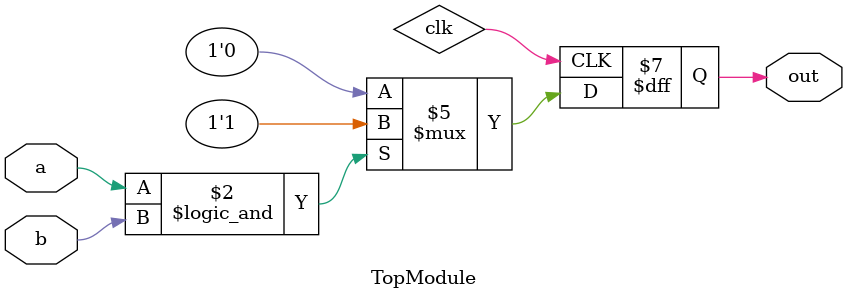
<source format=sv>

module TopModule (
  input wire a,
  input wire b,
  output reg out
);

always @(posedge clk) begin
  if(a && b)
    out <= 1;
  else
    out <= 0;
end

// You can remove the following line if you don't want to specify an initial value for out.
initial begin
  out <= 0;
end

endmodule

// VERILOG-EVAL: errant inclusion of module definition

</source>
